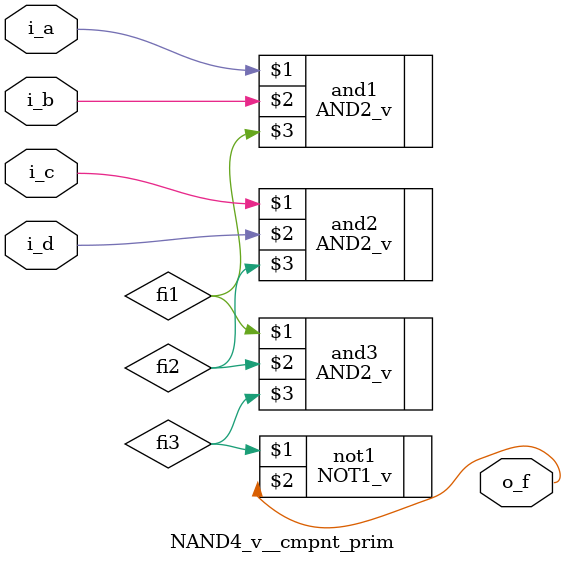
<source format=v>

module NAND4_v__equation
  (input i_a, i_b, i_c, i_d,
   output o_f);
   
  assign o_f = ~(i_a & i_b & i_c & i_d);
  
endmodule


////////////////////////////////
// Behavior Model
////////////////////////////////
module NAND4_v__behavior
  (input i_a, i_b, i_c, i_d,
   output o_f);
   
  assign o_f = i_a & i_b & i_c & i_d ? 0 : 1;
  // assign o_f = 0 ? i_a & i_b & i_c & i_d : 1;
  // assign o_f = 0 ? i_a  : 1;
  
endmodule



////////////////////////////////
// Component Model - Self
////////////////////////////////
module NAND4_v__cmpnt_self
  (input i_a, i_b, i_c, i_d,
  output o_f);
   
  wire fi1, fi2, fi3, fi4; // internal outputs
   
  NAND2_v nand1 (i_a, i_b, fi1);
  NAND2_v nand2 (fi1, fi1, fi2); // NOT
  NAND2_v nand3 (i_c, i_d, fi3);
  NAND2_v nand4 (fi3, fi3, fi4); // NOT
  NAND2_v nand5 (fi2, fi4, o_f);
    
endmodule


////////////////////////////////
// Component Model - Primative
////////////////////////////////
module NAND4_v__cmpnt_prim
  (input i_a, i_b, i_c, i_d,
  output o_f);
   
  wire fi1, fi2, fi3; // internal outputs
   
  AND2_v and1 (i_a, i_b, fi1);
  AND2_v and2 (i_c, i_d, fi2);
  AND2_v and3 (fi1, fi2, fi3);
  NOT1_v not1 (fi3, o_f);

    
endmodule






</source>
